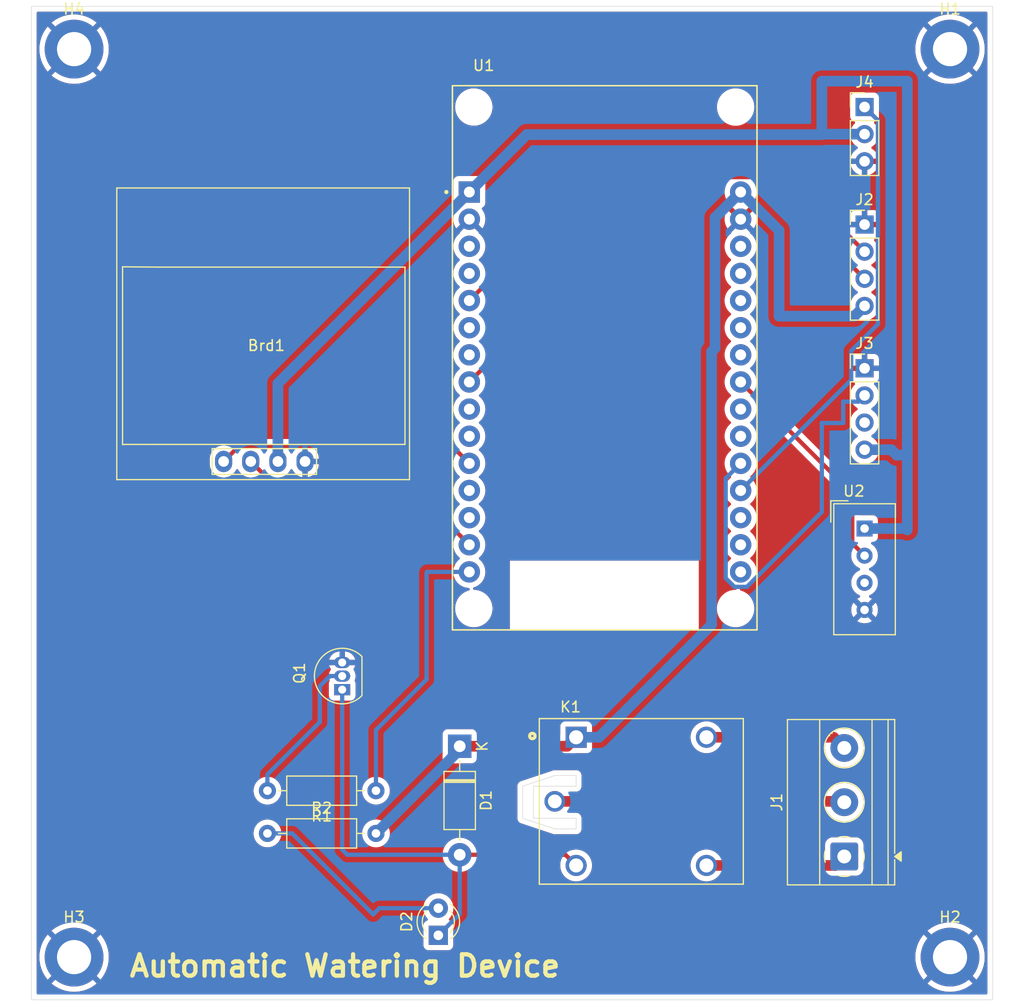
<source format=kicad_pcb>
(kicad_pcb (version 20241229) (generator "pcbnew") (generator_version "9.0")
  (layers (0 "F.Cu" signal) (2 "B.Cu" signal) (13 "F.Paste" user) (15 "B.Paste" user) (5 "F.SilkS" user "F.Silkscreen") (7 "B.SilkS" user "B.Silkscreen") (1 "F.Mask" user) (3 "B.Mask" user) (25 "Edge.Cuts" user))
  (net 0 "")
  (net 1 "/SDA")
  (net 2 "+3.3V")
  (net 3 "GND")
  (net 4 "/SCL")
  (net 5 "+5V")
  (net 6 "Net-(D1-A)")
  (net 7 "Net-(D2-A)")
  (net 8 "Net-(J1-Pin_3)")
  (net 9 "Net-(J1-Pin_2)")
  (net 10 "Net-(J1-Pin_1)")
  (net 11 "/TRIG")
  (net 12 "/ECHO")
  (net 14 "/AO_LDR")
  (net 15 "/AO_SOIL")
  (net 16 "Net-(Q1-B)")
  (net 17 "/RELAY")
  (net 36 "/DHT")
  (footprint "MountingHole:MountingHole_3.2mm_M3_ISO14580_Pad" (layer "F.Cu") (at 154 124)
    (property "Reference" "H3" (at 0 -3.75 0) (layer "F.SilkS"))
    (property "Value" "MountingHole_Pad")
    (pad "1" thru_hole circle (at 0 0) (size 5.5 5.5) (drill 3.2) (layers "*.Cu" "*.Mask") (net 3 "GND"))
  )
  (footprint "Package_TO_SOT_THT:TO-92_Inline" (layer "F.Cu") (at 179.1 98.96 90)
    (property "Reference" "Q1" (at 1.54 -4 90) (layer "F.SilkS"))
    (property "Value" "BC547")
    (fp_line (start -0.53 1.85) (end 3.07 1.85) (stroke (width 0.12)) (layer "F.SilkS"))
    (fp_arc (start 1.27 -2.6) (mid 3.672087 -0.994977) (end 3.108478 1.838478) (stroke (width 0.12)) (layer "F.SilkS"))
    (fp_arc (start -0.568478 1.838478) (mid -1.132087 -0.994977) (end 1.27 -2.6) (stroke (width 0.12)) (layer "F.SilkS"))
    (pad "1" thru_hole rect (at 0 0 90) (size 1.05 1.5) (drill 0.75) (layers "*.Cu" "*.Mask") (net 6 "Net-(D1-A)"))
    (pad "2" thru_hole oval (at 1.27 0 90) (size 1.05 1.5) (drill 0.75) (layers "*.Cu" "*.Mask") (net 16 "Net-(Q1-B)"))
    (pad "3" thru_hole oval (at 2.54 0 90) (size 1.05 1.5) (drill 0.75) (layers "*.Cu" "*.Mask") (net 3 "GND"))
  )
  (footprint "Diode_THT:D_DO-41_SOD81_P10.16mm_Horizontal" (layer "F.Cu") (at 190.1 104.26 -90)
    (property "Reference" "D1" (at 5.08 -2.47 90) (layer "F.SilkS"))
    (property "Value" "1N4007")
    (fp_line (start 2.36 1.47) (end 7.8 1.47) (stroke (width 0.12)) (layer "F.SilkS"))
    (fp_line (start 7.8 1.47) (end 7.8 -1.47) (stroke (width 0.12)) (layer "F.SilkS"))
    (fp_line (start 1.34 0) (end 2.36 0) (stroke (width 0.12)) (layer "F.SilkS"))
    (fp_line (start 8.82 0) (end 7.8 0) (stroke (width 0.12)) (layer "F.SilkS"))
    (fp_line (start 2.36 -1.47) (end 2.36 1.47) (stroke (width 0.12)) (layer "F.SilkS"))
    (fp_line (start 3.14 -1.47) (end 3.14 1.47) (stroke (width 0.12)) (layer "F.SilkS"))
    (fp_line (start 3.26 -1.47) (end 3.26 1.47) (stroke (width 0.12)) (layer "F.SilkS"))
    (fp_line (start 3.38 -1.47) (end 3.38 1.47) (stroke (width 0.12)) (layer "F.SilkS"))
    (fp_line (start 7.8 -1.47) (end 2.36 -1.47) (stroke (width 0.12)) (layer "F.SilkS"))
    (fp_text user "K" (at 0 -2.1 90) (layer "F.SilkS"))
    (pad "1" thru_hole rect (at 0 0 270) (size 2.2 2.2) (drill 1.1) (layers "*.Cu" "*.Mask") (net 5 "+5V"))
    (pad "2" thru_hole oval (at 10.16 0 270) (size 2.2 2.2) (drill 1.1) (layers "*.Cu" "*.Mask") (net 6 "Net-(D1-A)"))
  )
  (footprint "LED_THT:LED_D3.0mm" (layer "F.Cu") (at 188.1 121.96 90)
    (property "Reference" "D2" (at 1.27 -2.96 90) (layer "F.SilkS"))
    (property "Value" "LED")
    (fp_line (start -0.29 -1.236) (end -0.29 -1.08) (stroke (width 0.12)) (layer "F.SilkS"))
    (fp_line (start -0.29 1.08) (end -0.29 1.236) (stroke (width 0.12)) (layer "F.SilkS"))
    (fp_arc (start -0.29 -1.235516) (mid 1.365624 -1.987701) (end 2.941397 -1.080061) (stroke (width 0.12)) (layer "F.SilkS"))
    (fp_arc (start 0.229039 -1.08) (mid 1.269964 -1.5) (end 2.31091 -1.080049) (stroke (width 0.12)) (layer "F.SilkS"))
    (fp_arc (start 2.31091 1.080049) (mid 1.269964 1.5) (end 0.229039 1.08) (stroke (width 0.12)) (layer "F.SilkS"))
    (fp_arc (start 2.941397 1.080061) (mid 1.365624 1.987701) (end -0.29 1.235516) (stroke (width 0.12)) (layer "F.SilkS"))
    (pad "1" thru_hole rect (at 0 0 90) (size 1.8 1.8) (drill 0.9) (layers "*.Cu" "*.Mask") (net 6 "Net-(D1-A)"))
    (pad "2" thru_hole circle (at 2.54 0 90) (size 1.8 1.8) (drill 0.9) (layers "*.Cu" "*.Mask") (net 7 "Net-(D2-A)"))
  )
  (footprint "MountingHole:MountingHole_3.2mm_M3_ISO14580_Pad" (layer "F.Cu") (at 154 39)
    (property "Reference" "H4" (at 0 -3.75 0) (layer "F.SilkS"))
    (property "Value" "MountingHole_Pad")
    (pad "1" thru_hole circle (at 0 0) (size 5.5 5.5) (drill 3.2) (layers "*.Cu" "*.Mask") (net 3 "GND"))
  )
  (footprint "ESP32-DEVKIT-V1:MODULE_ESP32_DEVKIT_V1" (layer "F.Cu") (at 203.7 67.895)
    (property "Reference" "U1" (at -11.355 -27.36 0) (layer "F.SilkS"))
    (property "Value" "ESP32-DEVKIT-V1")
    (fp_line (start -14.28 -25.475) (end -3.211 -25.475) (stroke (width 0.127)) (layer "F.SilkS"))
    (fp_line (start -14.28 -25.475) (end 14.23 -25.475) (stroke (width 0.127)) (layer "F.SilkS"))
    (fp_line (start -14.28 25.475) (end -14.28 -25.475) (stroke (width 0.127)) (layer "F.SilkS"))
    (fp_line (start -14.28 25.475) (end -14.28 -25.475) (stroke (width 0.127)) (layer "F.SilkS"))
    (fp_line (start -14.28 25.475) (end -8.91 25.475) (stroke (width 0.127)) (layer "F.SilkS"))
    (fp_line (start -8.91 25.475) (end 8.78 25.475) (stroke (width 0.127)) (layer "F.SilkS"))
    (fp_line (start -3.211 -25.475) (end 3.5 -25.475) (stroke (width 0.127)) (layer "F.SilkS"))
    (fp_line (start 3.5 -25.475) (end 14.23 -25.475) (stroke (width 0.127)) (layer "F.SilkS"))
    (fp_line (start 8.78 25.475) (end 14.23 25.475) (stroke (width 0.127)) (layer "F.SilkS"))
    (fp_line (start 14.23 -25.475) (end 14.23 25.475) (stroke (width 0.127)) (layer "F.SilkS"))
    (fp_line (start 14.23 -25.475) (end 14.23 25.475) (stroke (width 0.127)) (layer "F.SilkS"))
    (fp_line (start 14.23 25.475) (end -14.28 25.475) (stroke (width 0.127)) (layer "F.SilkS"))
    (fp_circle (center -14.85 -15.515) (end -14.75 -15.515) (stroke (width 0.2)) (fill no) (layer "F.SilkS"))
    (pad "" np_thru_hole circle (at -12.28 -23.475) (size 3 3) (drill 3) (layers "*.Cu" "*.Mask"))
    (pad "" np_thru_hole circle (at -12.28 23.475) (size 3 3) (drill 3) (layers "*.Cu" "*.Mask"))
    (pad "" np_thru_hole circle (at 12.23 -23.475) (size 3 3) (drill 3) (layers "*.Cu" "*.Mask"))
    (pad "" np_thru_hole circle (at 12.23 23.475) (size 3 3) (drill 3) (layers "*.Cu" "*.Mask"))
    (pad "1" thru_hole rect (at -12.7 -15.515) (size 2 2) (drill 1.02) (layers "*.Cu" "*.Mask") (net 2 "+3.3V"))
    (pad "2" thru_hole circle (at -12.7 -12.975) (size 2 2) (drill 1.02) (layers "*.Cu" "*.Mask") (net 3 "GND"))
    (pad "3" thru_hole circle (at -12.7 -10.435) (size 2 2) (drill 1.02) (layers "*.Cu" "*.Mask"))
    (pad "4" thru_hole circle (at -12.7 -7.895) (size 2 2) (drill 1.02) (layers "*.Cu" "*.Mask"))
    (pad "5" thru_hole circle (at -12.7 -5.355) (size 2 2) (drill 1.02) (layers "*.Cu" "*.Mask") (net 12 "/ECHO"))
    (pad "6" thru_hole circle (at -12.7 -2.815) (size 2 2) (drill 1.02) (layers "*.Cu" "*.Mask"))
    (pad "7" thru_hole circle (at -12.7 -0.275) (size 2 2) (drill 1.02) (layers "*.Cu" "*.Mask"))
    (pad "8" thru_hole circle (at -12.7 2.265) (size 2 2) (drill 1.02) (layers "*.Cu" "*.Mask") (net 11 "/TRIG"))
    (pad "9" thru_hole circle (at -12.7 4.805) (size 2 2) (drill 1.02) (layers "*.Cu" "*.Mask"))
    (pad "10" thru_hole circle (at -12.7 7.345) (size 2 2) (drill 1.02) (layers "*.Cu" "*.Mask"))
    (pad "11" thru_hole circle (at -12.7 9.885) (size 2 2) (drill 1.02) (layers "*.Cu" "*.Mask") (net 1 "/SDA"))
    (pad "12" thru_hole circle (at -12.7 12.425) (size 2 2) (drill 1.02) (layers "*.Cu" "*.Mask"))
    (pad "13" thru_hole circle (at -12.7 14.965) (size 2 2) (drill 1.02) (layers "*.Cu" "*.Mask"))
    (pad "14" thru_hole circle (at -12.7 17.505) (size 2 2) (drill 1.02) (layers "*.Cu" "*.Mask") (net 4 "/SCL"))
    (pad "15" thru_hole circle (at -12.7 20.045) (size 2 2) (drill 1.02) (layers "*.Cu" "*.Mask") (net 17 "/RELAY"))
    (pad "16" thru_hole circle (at 12.7 20.045) (size 2 2) (drill 1.02) (layers "*.Cu" "*.Mask"))
    (pad "17" thru_hole circle (at 12.7 17.505) (size 2 2) (drill 1.02) (layers "*.Cu" "*.Mask"))
    (pad "18" thru_hole circle (at 12.7 14.965) (size 2 2) (drill 1.02) (layers "*.Cu" "*.Mask"))
    (pad "19" thru_hole circle (at 12.7 12.425) (size 2 2) (drill 1.02) (layers "*.Cu" "*.Mask") (net 15 "/AO_SOIL"))
    (pad "20" thru_hole circle (at 12.7 9.885) (size 2 2) (drill 1.02) (layers "*.Cu" "*.Mask") (net 14 "/AO_LDR"))
    (pad "21" thru_hole circle (at 12.7 7.345) (size 2 2) (drill 1.02) (layers "*.Cu" "*.Mask"))
    (pad "22" thru_hole circle (at 12.7 4.805) (size 2 2) (drill 1.02) (layers "*.Cu" "*.Mask"))
    (pad "23" thru_hole circle (at 12.7 2.265) (size 2 2) (drill 1.02) (layers "*.Cu" "*.Mask") (net 36 "/DHT"))
    (pad "24" thru_hole circle (at 12.7 -0.275) (size 2 2) (drill 1.02) (layers "*.Cu" "*.Mask"))
    (pad "25" thru_hole circle (at 12.7 -2.815) (size 2 2) (drill 1.02) (layers "*.Cu" "*.Mask"))
    (pad "26" thru_hole circle (at 12.7 -5.355) (size 2 2) (drill 1.02) (layers "*.Cu" "*.Mask"))
    (pad "27" thru_hole circle (at 12.7 -7.895) (size 2 2) (drill 1.02) (layers "*.Cu" "*.Mask"))
    (pad "28" thru_hole circle (at 12.7 -10.435) (size 2 2) (drill 1.02) (layers "*.Cu" "*.Mask"))
    (pad "29" thru_hole circle (at 12.7 -12.975) (size 2 2) (drill 1.02) (layers "*.Cu" "*.Mask") (net 3 "GND"))
    (pad "30" thru_hole circle (at 12.7 -15.515) (size 2 2) (drill 1.02) (layers "*.Cu" "*.Mask") (net 5 "+5V"))
    (zone (net 0) (net_name "") (layer "F.Cu") (connect_pads (clearance 0)) (min_thickness 0.01)
      (keepout (tracks not_allowed) (vias not_allowed) (pads not_allowed) (copperpour not_allowed) (footprints allowed))
      (fill (thermal_gap 0.508) (thermal_bridge_width 0.508))
      (polygon (pts (xy 194.79 86.88) (xy 212.48 86.88) (xy 212.48 93.37) (xy 194.79 93.37)))
    )
    (zone (net 0) (net_name "") (layer "B.Cu") (connect_pads (clearance 0)) (min_thickness 0.01)
      (keepout (tracks not_allowed) (vias not_allowed) (pads not_allowed) (copperpour not_allowed) (footprints allowed))
      (fill (thermal_gap 0.508) (thermal_bridge_width 0.508))
      (polygon (pts (xy 194.79 86.88) (xy 212.48 86.88) (xy 212.48 93.37) (xy 194.79 93.37)))
    )
  )
  (footprint "MountingHole:MountingHole_3.2mm_M3_ISO14580_Pad" (layer "F.Cu") (at 236 39)
    (property "Reference" "H1" (at 0 -3.75 0) (layer "F.SilkS"))
    (property "Value" "MountingHole_Pad")
    (pad "1" thru_hole circle (at 0 0) (size 5.5 5.5) (drill 3.2) (layers "*.Cu" "*.Mask") (net 3 "GND"))
  )
  (footprint "TerminalBlock_Phoenix:TerminalBlock_Phoenix_MKDS-1,5-3-5.08_1x03_P5.08mm_Horizontal" (layer "F.Cu") (at 226.1 114.58 90)
    (property "Reference" "J1" (at 5.08 -6.32 90) (layer "F.SilkS"))
    (property "Value" "Screw_Terminal_01x03")
    (fp_line (start 12.82 -5.32) (end 12.82 4.72) (stroke (width 0.12)) (layer "F.SilkS"))
    (fp_line (start -2.66 -5.32) (end 12.82 -5.32) (stroke (width 0.12)) (layer "F.SilkS"))
    (fp_line (start -2.66 -5.32) (end -2.66 4.72) (stroke (width 0.12)) (layer "F.SilkS"))
    (fp_line (start -2.66 -2.3) (end 12.82 -2.3) (stroke (width 0.12)) (layer "F.SilkS"))
    (fp_line (start 11.344 -1.411) (end 11.3 -1.367) (stroke (width 0.12)) (layer "F.SilkS"))
    (fp_line (start 6.264 -1.411) (end 6.22 -1.367) (stroke (width 0.12)) (layer "F.SilkS"))
    (fp_line (start 11.571 -1.184) (end 11.527 -1.14) (stroke (width 0.12)) (layer "F.SilkS"))
    (fp_line (start 6.491 -1.184) (end 6.447 -1.14) (stroke (width 0.12)) (layer "F.SilkS"))
    (fp_line (start 8.793 1.14) (end 8.749 1.183) (stroke (width 0.12)) (layer "F.SilkS"))
    (fp_line (start 3.713 1.14) (end 3.669 1.183) (stroke (width 0.12)) (layer "F.SilkS"))
    (fp_line (start 9.02 1.367) (end 8.976 1.41) (stroke (width 0.12)) (layer "F.SilkS"))
    (fp_line (start 3.94 1.367) (end 3.896 1.41) (stroke (width 0.12)) (layer "F.SilkS"))
    (fp_line (start -2.66 2.6) (end 12.82 2.6) (stroke (width 0.12)) (layer "F.SilkS"))
    (fp_line (start -2.66 4.1) (end 12.82 4.1) (stroke (width 0.12)) (layer "F.SilkS"))
    (fp_line (start 0.3 4.72) (end 12.82 4.72) (stroke (width 0.12)) (layer "F.SilkS"))
    (fp_line (start -2.66 4.72) (end -0.3 4.72) (stroke (width 0.12)) (layer "F.SilkS"))
    (fp_arc (start -0.54 -1.78) (mid -0.000355 -1.860107) (end 0.539321 -1.780206) (stroke (width 0.12)) (layer "F.SilkS"))
    (fp_arc (start 1.78 -0.54) (mid 1.860107 -0.000355) (end 1.780206 0.539321) (stroke (width 0.12)) (layer "F.SilkS"))
    (fp_arc (start -1.78 0.54) (mid -1.860107 0.000355) (end -1.780206 -0.539321) (stroke (width 0.12)) (layer "F.SilkS"))
    (fp_arc (start 0.54 1.78) (mid 0.000355 1.860107) (end -0.539321 1.780206) (stroke (width 0.12)) (layer "F.SilkS"))
    (fp_circle (center 10.16 0) (end 12.02 0) (stroke (width 0.12)) (fill no) (layer "F.SilkS"))
    (fp_circle (center 5.08 0) (end 6.94 0) (stroke (width 0.12)) (fill no) (layer "F.SilkS"))
    (fp_poly (pts (xy 0 4.72) (xy 0.44 5.33) (xy -0.44 5.33) (xy 0 4.72)) (stroke (width 0.12)) (fill yes) (layer "F.SilkS"))
    (pad "1" thru_hole roundrect (at 0 0 90) (size 2.6 2.6) (drill 1.3) (layers "*.Cu" "*.Mask") (roundrect_rratio 0.096154) (net 10 "Net-(J1-Pin_1)"))
    (pad "2" thru_hole circle (at 5.08 0 90) (size 2.6 2.6) (drill 1.3) (layers "*.Cu" "*.Mask") (net 9 "Net-(J1-Pin_2)"))
    (pad "3" thru_hole circle (at 10.16 0 90) (size 2.6 2.6) (drill 1.3) (layers "*.Cu" "*.Mask") (net 8 "Net-(J1-Pin_3)"))
  )
  (footprint "Connector_PinHeader_2.54mm:PinHeader_1x04_P2.54mm_Vertical" (layer "F.Cu") (at 228 68.88)
    (property "Reference" "J3" (at 0 -2.33 0) (layer "F.SilkS"))
    (property "Value" "LDR")
    (fp_line (start -1.33 -1.33) (end 0 -1.33) (stroke (width 0.12)) (layer "F.SilkS"))
    (fp_line (start -1.33 0) (end -1.33 -1.33) (stroke (width 0.12)) (layer "F.SilkS"))
    (fp_line (start -1.33 1.27) (end -1.33 8.95) (stroke (width 0.12)) (layer "F.SilkS"))
    (fp_line (start -1.33 1.27) (end 1.33 1.27) (stroke (width 0.12)) (layer "F.SilkS"))
    (fp_line (start -1.33 8.95) (end 1.33 8.95) (stroke (width 0.12)) (layer "F.SilkS"))
    (fp_line (start 1.33 1.27) (end 1.33 8.95) (stroke (width 0.12)) (layer "F.SilkS"))
    (pad "1" thru_hole rect (at 0 0) (size 1.7 1.7) (drill 1) (layers "*.Cu" "*.Mask") (net 3 "GND"))
    (pad "2" thru_hole oval (at 0 2.54) (size 1.7 1.7) (drill 1) (layers "*.Cu" "*.Mask") (net 14 "/AO_LDR"))
    (pad "3" thru_hole oval (at 0 5.08) (size 1.7 1.7) (drill 1) (layers "*.Cu" "*.Mask"))
    (pad "4" thru_hole oval (at 0 7.62) (size 1.7 1.7) (drill 1) (layers "*.Cu" "*.Mask") (net 2 "+3.3V"))
  )
  (footprint "SRD-05VDC-SL-C:RELAY_SRD-05VDC-SL-C" (layer "F.Cu") (at 207.1 109.42)
    (property "Reference" "K1" (at -6.62563 -8.83584 0) (layer "F.SilkS") (effects (font (size 1.000094 1.000094))))
    (property "Value" "SRD-05VDC-SL-C")
    (fp_line (start -9.55 -7.75) (end 9.55 -7.75) (stroke (width 0.127)) (layer "F.SilkS"))
    (fp_line (start -9.55 7.75) (end -9.55 -7.75) (stroke (width 0.127)) (layer "F.SilkS"))
    (fp_line (start 9.55 -7.75) (end 9.55 7.75) (stroke (width 0.127)) (layer "F.SilkS"))
    (fp_line (start 9.55 7.75) (end -9.55 7.75) (stroke (width 0.127)) (layer "F.SilkS"))
    (fp_circle (center -10.2 -6.119) (end -10.1 -6.119) (stroke (width 0.3)) (fill no) (layer "F.SilkS"))
    (pad "A1" thru_hole rect (at -6.1 -6) (size 1.98 1.98) (drill 1.32) (layers "*.Cu" "*.Mask") (net 5 "+5V"))
    (pad "A2" thru_hole circle (at -6.1 6) (size 1.98 1.98) (drill 1.32) (layers "*.Cu" "*.Mask") (net 6 "Net-(D1-A)"))
    (pad "COM" thru_hole circle (at -8.1 0) (size 1.935 1.935) (drill 1.29) (layers "*.Cu" "*.Mask") (net 9 "Net-(J1-Pin_2)"))
    (pad "NC" thru_hole circle (at 6.1 -6) (size 1.98 1.98) (drill 1.32) (layers "*.Cu" "*.Mask") (net 8 "Net-(J1-Pin_3)"))
    (pad "NO" thru_hole circle (at 6.1 6) (size 1.98 1.98) (drill 1.32) (layers "*.Cu" "*.Mask") (net 10 "Net-(J1-Pin_1)"))
  )
  (footprint "Connector_PinHeader_2.54mm:PinHeader_1x03_P2.54mm_Vertical" (layer "F.Cu") (at 228 44.42)
    (property "Reference" "J4" (at 0 -2.33 0) (layer "F.SilkS"))
    (property "Value" "Soil Moisture Sensor")
    (fp_line (start -1.33 -1.33) (end 0 -1.33) (stroke (width 0.12)) (layer "F.SilkS"))
    (fp_line (start -1.33 0) (end -1.33 -1.33) (stroke (width 0.12)) (layer "F.SilkS"))
    (fp_line (start -1.33 1.27) (end -1.33 6.41) (stroke (width 0.12)) (layer "F.SilkS"))
    (fp_line (start -1.33 1.27) (end 1.33 1.27) (stroke (width 0.12)) (layer "F.SilkS"))
    (fp_line (start -1.33 6.41) (end 1.33 6.41) (stroke (width 0.12)) (layer "F.SilkS"))
    (fp_line (start 1.33 1.27) (end 1.33 6.41) (stroke (width 0.12)) (layer "F.SilkS"))
    (pad "1" thru_hole rect (at 0 0) (size 1.7 1.7) (drill 1) (layers "*.Cu" "*.Mask") (net 15 "/AO_SOIL"))
    (pad "2" thru_hole oval (at 0 2.54) (size 1.7 1.7) (drill 1) (layers "*.Cu" "*.Mask") (net 2 "+3.3V"))
    (pad "3" thru_hole oval (at 0 5.08) (size 1.7 1.7) (drill 1) (layers "*.Cu" "*.Mask") (net 3 "GND"))
  )
  (footprint "Resistor_THT:R_Axial_DIN0207_L6.3mm_D2.5mm_P10.16mm_Horizontal" (layer "F.Cu") (at 182.26 108.42 180)
    (property "Reference" "R1" (at 5.08 -2.37 0) (layer "F.SilkS"))
    (property "Value" "R")
    (fp_line (start 9.12 0) (end 8.35 0) (stroke (width 0.12)) (layer "F.SilkS"))
    (fp_line (start 8.35 1.37) (end 8.35 -1.37) (stroke (width 0.12)) (layer "F.SilkS"))
    (fp_line (start 8.35 -1.37) (end 1.81 -1.37) (stroke (width 0.12)) (layer "F.SilkS"))
    (fp_line (start 1.81 1.37) (end 8.35 1.37) (stroke (width 0.12)) (layer "F.SilkS"))
    (fp_line (start 1.81 -1.37) (end 1.81 1.37) (stroke (width 0.12)) (layer "F.SilkS"))
    (fp_line (start 1.04 0) (end 1.81 0) (stroke (width 0.12)) (layer "F.SilkS"))
    (pad "1" thru_hole circle (at 0 0 180) (size 1.6 1.6) (drill 0.8) (layers "*.Cu" "*.Mask") (net 17 "/RELAY"))
    (pad "2" thru_hole oval (at 10.16 0 180) (size 1.6 1.6) (drill 0.8) (layers "*.Cu" "*.Mask") (net 16 "Net-(Q1-B)"))
  )
  (footprint "Sensor:Aosong_DHT11_5.5x12.0_P2.54mm" (layer "F.Cu") (at 228 83.88)
    (property "Reference" "U2" (at -1 -3.5 0) (layer "F.SilkS"))
    (property "Value" "DHT11")
    (fp_line (start -3.16 -2.6) (end -3.16 -0.6) (stroke (width 0.12)) (layer "F.SilkS"))
    (fp_line (start -3.16 -2.6) (end -1.55 -2.6) (stroke (width 0.12)) (layer "F.SilkS"))
    (fp_line (start -2.88 9.94) (end -2.88 -2.31) (stroke (width 0.12)) (layer "F.SilkS"))
    (fp_line (start -2.87 -2.32) (end 2.87 -2.32) (stroke (width 0.12)) (layer "F.SilkS"))
    (fp_line (start 2.88 -2.32) (end 2.88 9.94) (stroke (width 0.12)) (layer "F.SilkS"))
    (fp_line (start 2.88 9.94) (end -2.88 9.94) (stroke (width 0.12)) (layer "F.SilkS"))
    (pad "1" thru_hole rect (at 0 0) (size 1.5 1.5) (drill 0.8) (layers "*.Cu" "*.Mask") (net 2 "+3.3V"))
    (pad "2" thru_hole circle (at 0 2.54) (size 1.5 1.5) (drill 0.8) (layers "*.Cu" "*.Mask") (net 36 "/DHT"))
    (pad "3" thru_hole circle (at 0 5.08) (size 1.5 1.5) (drill 0.8) (layers "*.Cu" "*.Mask"))
    (pad "4" thru_hole circle (at 0 7.62) (size 1.5 1.5) (drill 0.8) (layers "*.Cu" "*.Mask") (net 3 "GND"))
  )
  (footprint "MountingHole:MountingHole_3.2mm_M3_ISO14580_Pad" (layer "F.Cu") (at 236 124)
    (property "Reference" "H2" (at 0 -3.75 0) (layer "F.SilkS"))
    (property "Value" "MountingHole_Pad")
    (pad "1" thru_hole circle (at 0 0) (size 5.5 5.5) (drill 3.2) (layers "*.Cu" "*.Mask") (net 3 "GND"))
  )
  (footprint "Resistor_THT:R_Axial_DIN0207_L6.3mm_D2.5mm_P10.16mm_Horizontal" (layer "F.Cu") (at 172.1 112.42)
    (property "Reference" "R2" (at 5.08 -2.37 0) (layer "F.SilkS"))
    (property "Value" "R")
    (fp_line (start 1.04 0) (end 1.81 0) (stroke (width 0.12)) (layer "F.SilkS"))
    (fp_line (start 1.81 -1.37) (end 1.81 1.37) (stroke (width 0.12)) (layer "F.SilkS"))
    (fp_line (start 1.81 1.37) (end 8.35 1.37) (stroke (width 0.12)) (layer "F.SilkS"))
    (fp_line (start 8.35 -1.37) (end 1.81 -1.37) (stroke (width 0.12)) (layer "F.SilkS"))
    (fp_line (start 8.35 1.37) (end 8.35 -1.37) (stroke (width 0.12)) (layer "F.SilkS"))
    (fp_line (start 9.12 0) (end 8.35 0) (stroke (width 0.12)) (layer "F.SilkS"))
    (pad "1" thru_hole circle (at 0 0) (size 1.6 1.6) (drill 0.8) (layers "*.Cu" "*.Mask") (net 7 "Net-(D2-A)"))
    (pad "2" thru_hole oval (at 10.16 0) (size 1.6 1.6) (drill 0.8) (layers "*.Cu" "*.Mask") (net 5 "+5V"))
  )
  (footprint "Connector_PinHeader_2.54mm:PinHeader_1x04_P2.54mm_Vertical" (layer "F.Cu") (at 228 55.42)
    (property "Reference" "J2" (at 0 -2.33 0) (layer "F.SilkS"))
    (property "Value" "SR04 Sensor Jarak")
    (fp_line (start -1.33 -1.33) (end 0 -1.33) (stroke (width 0.12)) (layer "F.SilkS"))
    (fp_line (start -1.33 0) (end -1.33 -1.33) (stroke (width 0.12)) (layer "F.SilkS"))
    (fp_line (start -1.33 1.27) (end -1.33 8.95) (stroke (width 0.12)) (layer "F.SilkS"))
    (fp_line (start -1.33 1.27) (end 1.33 1.27) (stroke (width 0.12)) (layer "F.SilkS"))
    (fp_line (start -1.33 8.95) (end 1.33 8.95) (stroke (width 0.12)) (layer "F.SilkS"))
    (fp_line (start 1.33 1.27) (end 1.33 8.95) (stroke (width 0.12)) (layer "F.SilkS"))
    (pad "1" thru_hole rect (at 0 0) (size 1.7 1.7) (drill 1) (layers "*.Cu" "*.Mask") (net 3 "GND"))
    (pad "2" thru_hole oval (at 0 2.54) (size 1.7 1.7) (drill 1) (layers "*.Cu" "*.Mask") (net 12 "/ECHO"))
    (pad "3" thru_hole oval (at 0 5.08) (size 1.7 1.7) (drill 1) (layers "*.Cu" "*.Mask") (net 11 "/TRIG"))
    (pad "4" thru_hole oval (at 0 7.62) (size 1.7 1.7) (drill 1) (layers "*.Cu" "*.Mask") (net 5 "+5V"))
  )
  (footprint "SSD1306:128x64OLED" (layer "F.Cu") (at 172 67 180)
    (property "Reference" "Brd1" (at 0 0.254 0) (layer "F.SilkS"))
    (property "Value" "SSD1306")
    (fp_line (start 14 15) (end -13.4 15) (stroke (width 0.12)) (layer "F.SilkS"))
    (fp_line (start 14 -12.3) (end 14 15) (stroke (width 0.12)) (layer "F.SilkS"))
    (fp_line (start 13.462 7.62) (end 13.462 -9.017) (stroke (width 0.12)) (layer "F.SilkS"))
    (fp_line (start 13.462 -9.017) (end 13.208 -9.005) (stroke (width 0.12)) (layer "F.SilkS"))
    (fp_line (start 10.122 7.595) (end 13.462 7.62) (stroke (width 0.12)) (layer "F.SilkS"))
    (fp_line (start 10.122 7.595) (end -12.978 7.595) (stroke (width 0.12)) (layer "F.SilkS"))
    (fp_line (start 10.122 -9.005) (end 13.208 -9.005) (stroke (width 0.12)) (layer "F.SilkS"))
    (fp_line (start 5.08 -9.398) (end -4.699 -9.398) (stroke (width 0.12)) (layer "F.SilkS"))
    (fp_line (start 5.08 -11.811) (end 5.08 -9.398) (stroke (width 0.12)) (layer "F.SilkS"))
    (fp_line (start -4.699 -11.811) (end 5.08 -11.811) (stroke (width 0.12)) (layer "F.SilkS"))
    (fp_line (start -4.699 -11.811) (end -4.699 -9.398) (stroke (width 0.12)) (layer "F.SilkS"))
    (fp_line (start -12.978 7.595) (end -12.978 -9.005) (stroke (width 0.12)) (layer "F.SilkS"))
    (fp_line (start -12.978 -9.005) (end 10.122 -9.005) (stroke (width 0.12)) (layer "F.SilkS"))
    (fp_line (start -13.4 15) (end -13.4 -12.3) (stroke (width 0.12)) (layer "F.SilkS"))
    (fp_line (start -13.4 -12.3) (end 14 -12.3) (stroke (width 0.12)) (layer "F.SilkS"))
    (pad "1" thru_hole oval (at -3.62 -10.6 270) (size 2 1.6) (drill 1) (layers "*.Cu" "*.Mask") (net 3 "GND"))
    (pad "2" thru_hole oval (at -1.08 -10.6 270) (size 2 1.6) (drill 1) (layers "*.Cu" "*.Mask") (net 2 "+3.3V"))
    (pad "3" thru_hole oval (at 1.46 -10.6 270) (size 2 1.6) (drill 1) (layers "*.Cu" "*.Mask") (net 4 "/SCL"))
    (pad "4" thru_hole oval (at 4 -10.6 270) (size 2 1.6) (drill 1) (layers "*.Cu" "*.Mask") (net 1 "/SDA"))
  )
  (gr_line (start 201 112) (end 201 111) (stroke (width 0.05)) (layer "Edge.Cuts"))
  (gr_line (start 196 111) (end 199 112) (stroke (width 0.05)) (layer "Edge.Cuts"))
  (gr_line (start 201 107) (end 199 107) (stroke (width 0.05)) (layer "Edge.Cuts"))
  (gr_line (start 196 108) (end 196 111) (stroke (width 0.05)) (layer "Edge.Cuts"))
  (gr_line (start 197 111) (end 197 108) (stroke (width 0.05)) (layer "Edge.Cuts"))
  (gr_line (start 199 107) (end 196 108) (stroke (width 0.05)) (layer "Edge.Cuts"))
  (gr_line (start 201 111) (end 197 111) (stroke (width 0.05)) (layer "Edge.Cuts"))
  (gr_line (start 197 108) (end 201 108) (stroke (width 0.05)) (layer "Edge.Cuts"))
  (gr_line (start 201 108) (end 201 107) (stroke (width 0.05)) (layer "Edge.Cuts"))
  (gr_rect (start 150 35) (end 240 128) (stroke (width 0.05)) (fill no) (layer "Edge.Cuts"))
  (gr_line (start 199 112) (end 201 112) (stroke (width 0.05)) (layer "Edge.Cuts"))
  (gr_text "Automatic Watering Device" (at 159 126 0) (layer "F.SilkS") (effects (font (size 2 2) (thickness 0.4) (bold yes)) (justify left bottom)))
  (segment (start 189.419 76.199) (end 191 77.78) (width 0.4) (layer "F.Cu") (net 1))
  (segment (start 169.401 76.199) (end 189.419 76.199) (width 0.4) (layer "F.Cu") (net 1))
  (segment (start 168 77.6) (end 169.401 76.199) (width 0.4) (layer "F.Cu") (net 1))
  (segment (start 231.88 83.88) (end 228 83.88) (width 1) (layer "B.Cu") (net 2))
  (segment (start 230.5 76.5) (end 228 76.5) (width 1) (layer "B.Cu") (net 2))
  (segment (start 196.38 47) (end 224 47) (width 1) (layer "B.Cu") (net 2))
  (segment (start 173.08 77.6) (end 173.08 70.3) (width 1) (layer "B.Cu") (net 2))
  (segment (start 231 77) (end 230.5 76.5) (width 1) (layer "B.Cu") (net 2))
  (segment (start 232 77) (end 232 84) (width 1) (layer "B.Cu") (net 2))
  (segment (start 224 42) (end 232 42) (width 1) (layer "B.Cu") (net 2))
  (segment (start 224 47) (end 224.04 46.96) (width 1) (layer "B.Cu") (net 2))
  (segment (start 224 47) (end 224 42) (width 1) (layer "B.Cu") (net 2))
  (segment (start 232 42) (end 232 77) (width 1) (layer "B.Cu") (net 2))
  (segment (start 224.04 46.96) (end 228 46.96) (width 1) (layer "B.Cu") (net 2))
  (segment (start 232 84) (end 231.88 83.88) (width 1) (layer "B.Cu") (net 2))
  (segment (start 191 52.38) (end 196.38 47) (width 1) (layer "B.Cu") (net 2))
  (segment (start 173.08 70.3) (end 191 52.38) (width 1) (layer "B.Cu") (net 2))
  (segment (start 232 77) (end 231 77) (width 1) (layer "B.Cu") (net 2))
  (segment (start 173.94 81) (end 186.6 81) (width 0.4) (layer "F.Cu") (net 4))
  (segment (start 186.6 81) (end 191 85.4) (width 0.4) (layer "F.Cu") (net 4))
  (segment (start 170.54 77.6) (end 173.94 81) (width 0.4) (layer "F.Cu") (net 4))
  (segment (start 190.1 104.26) (end 200.16 104.26) (width 1) (layer "F.Cu") (net 5))
  (segment (start 200.16 104.26) (end 201 103.42) (width 1) (layer "F.Cu") (net 5))
  (segment (start 190.1 104.58) (end 190.1 104.26) (width 1) (layer "B.Cu") (net 5))
  (segment (start 201 103.42) (end 203.138522 103.42) (width 1) (layer "B.Cu") (net 5))
  (segment (start 220 64) (end 227.04 64) (width 1) (layer "B.Cu") (net 5))
  (segment (start 214 54.78) (end 216.4 52.38) (width 1) (layer "B.Cu") (net 5))
  (segment (start 203.138522 103.42) (end 213.679 92.879522) (width 1) (layer "B.Cu") (net 5))
  (segment (start 216.4 52.38) (end 220 55.98) (width 1) (layer "B.Cu") (net 5))
  (segment (start 214 67) (end 214 54.78) (width 1) (layer "B.Cu") (net 5))
  (segment (start 213.679 92.879522) (end 213.679 67.321) (width 1) (layer "B.Cu") (net 5))
  (segment (start 213.679 67.321) (end 214 67) (width 1) (layer "B.Cu") (net 5))
  (segment (start 220 55.98) (end 220 64) (width 1) (layer "B.Cu") (net 5))
  (segment (start 227.04 64) (end 228 63.04) (width 1) (layer "B.Cu") (net 5))
  (segment (start 182.26 112.42) (end 190.1 104.58) (width 1) (layer "B.Cu") (net 5))
  (segment (start 200 114.42) (end 201 115.42) (width 0.4) (layer "F.Cu") (net 6))
  (segment (start 190.1 114.42) (end 200 114.42) (width 0.4) (layer "F.Cu") (net 6))
  (segment (start 190.1 119.96) (end 190.1 114.42) (width 0.4) (layer "B.Cu") (net 6))
  (segment (start 179.58 114.42) (end 190.1 114.42) (width 0.4) (layer "B.Cu") (net 6))
  (segment (start 188.1 121.96) (end 190.1 119.96) (width 0.4) (layer "B.Cu") (net 6))
  (segment (start 179.1 113.94) (end 179.58 114.42) (width 0.4) (layer "B.Cu") (net 6))
  (segment (start 179.1 98.96) (end 179.1 113.94) (width 0.4) (layer "B.Cu") (net 6))
  (segment (start 182 120) (end 182.58 119.42) (width 0.4) (layer "B.Cu") (net 7))
  (segment (start 182.58 119.42) (end 188.1 119.42) (width 0.4) (layer "B.Cu") (net 7))
  (segment (start 174.42 112.42) (end 182 120) (width 0.4) (layer "B.Cu") (net 7))
  (segment (start 172.1 112.42) (end 174.42 112.42) (width 0.4) (layer "B.Cu") (net 7))
  (segment (start 213.2 103.42) (end 225.1 103.42) (width 1) (layer "F.Cu") (net 8))
  (segment (start 225.1 103.42) (end 226.1 104.42) (width 1) (layer "F.Cu") (net 8))
  (segment (start 226.02 109.42) (end 226.1 109.5) (width 1) (layer "F.Cu") (net 9))
  (segment (start 199 109.42) (end 226.02 109.42) (width 1) (layer "F.Cu") (net 9))
  (segment (start 225.26 115.42) (end 226.1 114.58) (width 1) (layer "F.Cu") (net 10))
  (segment (start 213.2 115.42) (end 225.26 115.42) (width 1) (layer "F.Cu") (net 10))
  (segment (start 196 65.16) (end 191 70.16) (width 0.4) (layer "F.Cu") (net 11))
  (segment (start 228 60.5) (end 218.479 50.979) (width 0.4) (layer "F.Cu") (net 11))
  (segment (start 218.479 50.979) (end 204.021 50.979) (width 0.4) (layer "F.Cu") (net 11))
  (segment (start 204.021 50.979) (end 196 59) (width 0.4) (layer "F.Cu") (net 11))
  (segment (start 196 59) (end 196 65.16) (width 0.4) (layer "F.Cu") (net 11))
  (segment (start 221 50.96) (end 228 57.96) (width 0.4) (layer "F.Cu") (net 12))
  (segment (start 221 50) (end 221 50.96) (width 0.4) (layer "F.Cu") (net 12))
  (segment (start 203.54 50) (end 221 50) (width 0.4) (layer "F.Cu") (net 12))
  (segment (start 191 62.54) (end 203.54 50) (width 0.4) (layer "F.Cu") (net 12))
  (segment (start 224 82.321314) (end 224 74) (width 0.4) (layer "B.Cu") (net 14))
  (segment (start 226 74) (end 226 72) (width 0.4) (layer "B.Cu") (net 14))
  (segment (start 227.42 72) (end 228 71.42) (width 0.4) (layer "B.Cu") (net 14))
  (segment (start 216.4 77.78) (end 214.999 79.181) (width 0.4) (layer "B.Cu") (net 14))
  (segment (start 214.999 79.181) (end 214.999 88.520314) (width 0.4) (layer "B.Cu") (net 14))
  (segment (start 215.819686 89.341) (end 216.980314 89.341) (width 0.4) (layer "B.Cu") (net 14))
  (segment (start 214.999 88.520314) (end 215.819686 89.341) (width 0.4) (layer "B.Cu") (net 14))
  (segment (start 224 74) (end 226 74) (width 0.4) (layer "B.Cu") (net 14))
  (segment (start 226 72) (end 227.42 72) (width 0.4) (layer "B.Cu") (net 14))
  (segment (start 216.980314 89.341) (end 224 82.321314) (width 0.4) (layer "B.Cu") (net 14))
  (segment (start 229.251 64.749) (end 226.749 67.251) (width 0.4) (layer "B.Cu") (net 15))
  (segment (start 226.749 67.251) (end 226.749 69.971) (width 0.4) (layer "B.Cu") (net 15))
  (segment (start 226.749 69.971) (end 216.4 80.32) (width 0.4) (layer "B.Cu") (net 15))
  (segment (start 228 44.42) (end 229.251 45.671) (width 0.4) (layer "B.Cu") (net 15))
  (segment (start 229.251 45.671) (end 229.251 64.749) (width 0.4) (layer "B.Cu") (net 15))
  (segment (start 177 98.64) (end 177 102) (width 0.4) (layer "B.Cu") (net 16))
  (segment (start 177.95 97.69) (end 177 98.64) (width 0.4) (layer "B.Cu") (net 16))
  (segment (start 172.1 106.9) (end 172.1 108.42) (width 0.4) (layer "B.Cu") (net 16))
  (segment (start 179.1 97.69) (end 177.95 97.69) (width 0.4) (layer "B.Cu") (net 16))
  (segment (start 177 102) (end 172.1 106.9) (width 0.4) (layer "B.Cu") (net 16))
  (segment (start 182.26 102.74) (end 187 98) (width 0.4) (layer "B.Cu") (net 17))
  (segment (start 187.06 87.94) (end 191 87.94) (width 0.4) (layer "B.Cu") (net 17))
  (segment (start 187 98) (end 187 88) (width 0.4) (layer "B.Cu") (net 17))
  (segment (start 182.26 108.42) (end 182.26 102.74) (width 0.4) (layer "B.Cu") (net 17))
  (segment (start 187 88) (end 187.06 87.94) (width 0.4) (layer "B.Cu") (net 17))
  (segment (start 226.849 85.269) (end 226.849 80.609) (width 0.4) (layer "F.Cu") (net 36))
  (segment (start 228 86.42) (end 226.849 85.269) (width 0.4) (layer "F.Cu") (net 36))
  (segment (start 226.849 80.609) (end 216.4 70.16) (width 0.4) (layer "F.Cu") (net 36))
  (zone (net 3) (net_name "GND") (layers "F.Cu" "B.Cu") (connect_pads (clearance 0.5)) (min_thickness 0.25) (fill yes (thermal_gap 0.5) (thermal_bridge_width 0.5))
    (polygon (pts (xy 240 35) (xy 150 35) (xy 150 128) (xy 240 128)))
  )
)
</source>
